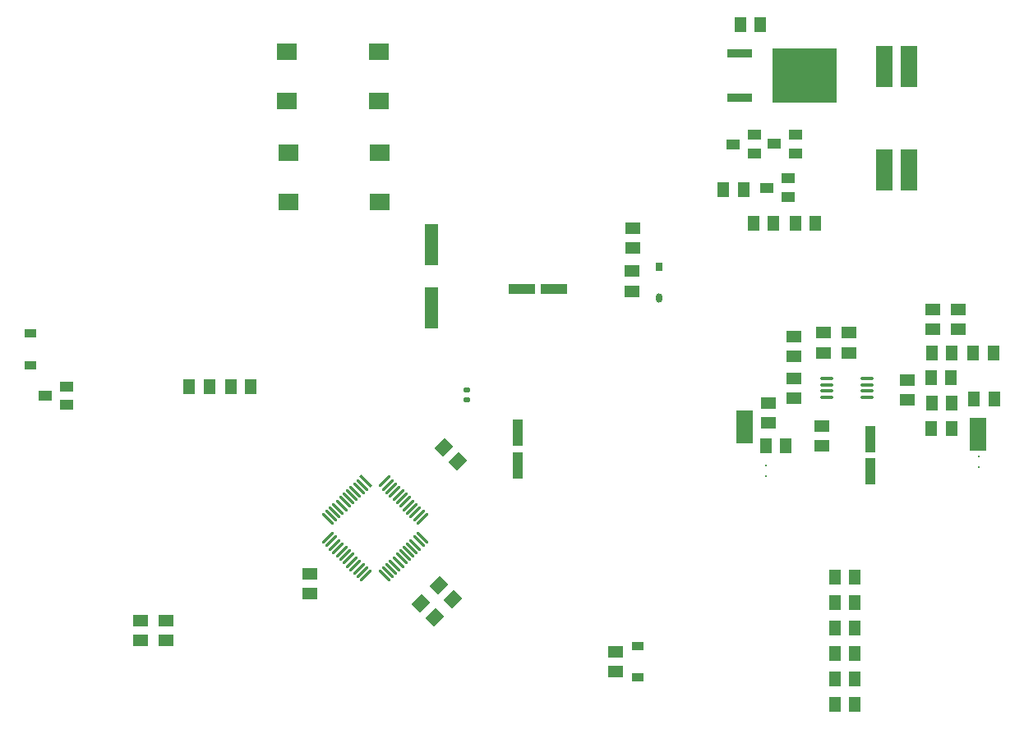
<source format=gtp>
G04*
G04 #@! TF.GenerationSoftware,Altium Limited,Altium Designer,23.2.1 (34)*
G04*
G04 Layer_Color=8421504*
%FSLAX44Y44*%
%MOMM*%
G71*
G04*
G04 #@! TF.SameCoordinates,EE327AA5-93BD-4133-A13B-4ECCBC3E436C*
G04*
G04*
G04 #@! TF.FilePolarity,Positive*
G04*
G01*
G75*
G04:AMPARAMS|DCode=19|XSize=1.6552mm|YSize=0.2525mm|CornerRadius=0mm|HoleSize=0mm|Usage=FLASHONLY|Rotation=315.000|XOffset=0mm|YOffset=0mm|HoleType=Round|Shape=Rectangle|*
%AMROTATEDRECTD19*
4,1,4,-0.6745,0.4960,-0.4960,0.6745,0.6745,-0.4960,0.4960,-0.6745,-0.6745,0.4960,0.0*
%
%ADD19ROTATEDRECTD19*%

G04:AMPARAMS|DCode=20|XSize=1.6552mm|YSize=0.2525mm|CornerRadius=0.1262mm|HoleSize=0mm|Usage=FLASHONLY|Rotation=315.000|XOffset=0mm|YOffset=0mm|HoleType=Round|Shape=RoundedRectangle|*
%AMROUNDEDRECTD20*
21,1,1.6552,0.0000,0,0,315.0*
21,1,1.4028,0.2525,0,0,315.0*
1,1,0.2525,0.4960,-0.4960*
1,1,0.2525,-0.4960,0.4960*
1,1,0.2525,-0.4960,0.4960*
1,1,0.2525,0.4960,-0.4960*
%
%ADD20ROUNDEDRECTD20*%
G04:AMPARAMS|DCode=21|XSize=0.2525mm|YSize=1.6552mm|CornerRadius=0.1262mm|HoleSize=0mm|Usage=FLASHONLY|Rotation=315.000|XOffset=0mm|YOffset=0mm|HoleType=Round|Shape=RoundedRectangle|*
%AMROUNDEDRECTD21*
21,1,0.2525,1.4028,0,0,315.0*
21,1,0.0000,1.6552,0,0,315.0*
1,1,0.2525,-0.4960,-0.4960*
1,1,0.2525,-0.4960,-0.4960*
1,1,0.2525,0.4960,0.4960*
1,1,0.2525,0.4960,0.4960*
%
%ADD21ROUNDEDRECTD21*%
%ADD22O,1.4000X0.2800*%
%ADD23R,1.5500X1.2500*%
G04:AMPARAMS|DCode=24|XSize=1.55mm|YSize=1.25mm|CornerRadius=0mm|HoleSize=0mm|Usage=FLASHONLY|Rotation=225.000|XOffset=0mm|YOffset=0mm|HoleType=Round|Shape=Rectangle|*
%AMROTATEDRECTD24*
4,1,4,0.1061,0.9900,0.9900,0.1061,-0.1061,-0.9900,-0.9900,-0.1061,0.1061,0.9900,0.0*
%
%ADD24ROTATEDRECTD24*%

%ADD25R,1.2500X1.5500*%
%ADD26R,1.2200X0.9100*%
%ADD27R,1.1000X2.8000*%
%ADD28O,0.7620X0.5080*%
%ADD29C,0.2540*%
%ADD30R,1.7800X3.4300*%
%ADD31R,1.4000X1.0000*%
%ADD32R,0.6625X0.9575*%
G04:AMPARAMS|DCode=33|XSize=0.9575mm|YSize=0.6625mm|CornerRadius=0.3312mm|HoleSize=0mm|Usage=FLASHONLY|Rotation=270.000|XOffset=0mm|YOffset=0mm|HoleType=Round|Shape=RoundedRectangle|*
%AMROUNDEDRECTD33*
21,1,0.9575,0.0000,0,0,270.0*
21,1,0.2950,0.6625,0,0,270.0*
1,1,0.6625,0.0000,-0.1475*
1,1,0.6625,0.0000,0.1475*
1,1,0.6625,0.0000,0.1475*
1,1,0.6625,0.0000,-0.1475*
%
%ADD33ROUNDEDRECTD33*%
%ADD34R,2.1000X1.8000*%
%ADD35R,2.8000X1.1000*%
%ADD36R,1.4000X4.2000*%
%ADD37R,2.5500X0.9500*%
%ADD38R,6.6000X5.6000*%
%ADD39R,1.7800X4.2700*%
D19*
X462339Y310247D02*
D03*
D20*
X458803Y306712D02*
D03*
X455268Y303176D02*
D03*
X451732Y299641D02*
D03*
X448196Y296105D02*
D03*
X444661Y292570D02*
D03*
X441125Y289034D02*
D03*
X437590Y285499D02*
D03*
X434054Y281963D02*
D03*
X430519Y278428D02*
D03*
X426983Y274892D02*
D03*
X423448Y271357D02*
D03*
X481791Y213013D02*
D03*
X485326Y216549D02*
D03*
X488862Y220085D02*
D03*
X492397Y223620D02*
D03*
X495933Y227156D02*
D03*
X499469Y230691D02*
D03*
X503004Y234227D02*
D03*
X506540Y237762D02*
D03*
X510075Y241298D02*
D03*
X513611Y244833D02*
D03*
X517146Y248369D02*
D03*
X520682Y251904D02*
D03*
D21*
X423448D02*
D03*
X426983Y248369D02*
D03*
X430519Y244833D02*
D03*
X434054Y241298D02*
D03*
X437590Y237762D02*
D03*
X441125Y234227D02*
D03*
X444661Y230691D02*
D03*
X448196Y227156D02*
D03*
X451732Y223620D02*
D03*
X455268Y220085D02*
D03*
X458803Y216549D02*
D03*
X462339Y213013D02*
D03*
X520682Y271357D02*
D03*
X517146Y274892D02*
D03*
X513611Y278428D02*
D03*
X510075Y281963D02*
D03*
X506540Y285499D02*
D03*
X503004Y289034D02*
D03*
X499469Y292570D02*
D03*
X495933Y296105D02*
D03*
X492397Y299641D02*
D03*
X488862Y303176D02*
D03*
X485326Y306712D02*
D03*
X481791Y310247D02*
D03*
D22*
X978588Y396904D02*
D03*
Y403404D02*
D03*
Y416404D02*
D03*
X937588Y396904D02*
D03*
Y403404D02*
D03*
Y409904D02*
D03*
Y416404D02*
D03*
X978588Y409904D02*
D03*
D23*
X719836Y114120D02*
D03*
Y134620D02*
D03*
X404622Y215228D02*
D03*
Y194728D02*
D03*
X230378Y146214D02*
D03*
Y166714D02*
D03*
X256286Y146214D02*
D03*
Y166714D02*
D03*
X934212Y463386D02*
D03*
Y442886D02*
D03*
X1046480Y487770D02*
D03*
Y467270D02*
D03*
X931926Y346620D02*
D03*
Y367120D02*
D03*
X737171Y526915D02*
D03*
Y506415D02*
D03*
X737680Y571365D02*
D03*
Y550865D02*
D03*
X1072896Y487770D02*
D03*
Y467270D02*
D03*
X903177Y439311D02*
D03*
Y459811D02*
D03*
X1020572Y414872D02*
D03*
Y394372D02*
D03*
X903177Y416631D02*
D03*
Y396131D02*
D03*
X877015Y391395D02*
D03*
Y370895D02*
D03*
X960374Y463386D02*
D03*
Y442886D02*
D03*
D24*
X533790Y170298D02*
D03*
X519294Y184794D02*
D03*
X557666Y331080D02*
D03*
X543170Y345576D02*
D03*
X552332Y188840D02*
D03*
X537836Y203336D02*
D03*
D25*
X966052Y106680D02*
D03*
X945552D02*
D03*
X966052Y158750D02*
D03*
X945552D02*
D03*
X966052Y184912D02*
D03*
X945552D02*
D03*
X966052Y80518D02*
D03*
X945552D02*
D03*
X966052Y132842D02*
D03*
X945552D02*
D03*
X966052Y211074D02*
D03*
X945552D02*
D03*
X895483Y346691D02*
D03*
X874983D02*
D03*
X1109816Y395224D02*
D03*
X1089316D02*
D03*
X323316Y407699D02*
D03*
X343815D02*
D03*
X301143D02*
D03*
X280644D02*
D03*
X882232Y576798D02*
D03*
X861732D02*
D03*
X1088390Y442976D02*
D03*
X1108890D02*
D03*
X1044866Y416814D02*
D03*
X1065366D02*
D03*
X1065837Y364998D02*
D03*
X1045337D02*
D03*
X1045972Y390652D02*
D03*
X1066472D02*
D03*
X1065874Y442976D02*
D03*
X1045374D02*
D03*
X905420Y576798D02*
D03*
X925920D02*
D03*
X830998Y610834D02*
D03*
X851498D02*
D03*
X848434Y781012D02*
D03*
X868934D02*
D03*
D26*
X742442Y140720D02*
D03*
Y108020D02*
D03*
X116903Y430211D02*
D03*
Y462911D02*
D03*
D27*
X618744Y360172D02*
D03*
Y326963D02*
D03*
X982472Y320707D02*
D03*
Y353917D02*
D03*
D28*
X566166Y404622D02*
D03*
Y393954D02*
D03*
D29*
X874474Y326717D02*
D03*
Y315795D02*
D03*
X1093724Y335788D02*
D03*
Y324866D02*
D03*
D30*
X852932Y366522D02*
D03*
X1093216Y358648D02*
D03*
D31*
X132573Y398555D02*
D03*
X154574Y408055D02*
D03*
Y389055D02*
D03*
X875206Y613120D02*
D03*
X897206Y622620D02*
D03*
Y603620D02*
D03*
X841170Y658078D02*
D03*
X863170Y667578D02*
D03*
Y648578D02*
D03*
X883080Y658114D02*
D03*
X905080Y667614D02*
D03*
Y648614D02*
D03*
D32*
X764604Y531653D02*
D03*
D33*
Y499646D02*
D03*
D34*
X475562Y702239D02*
D03*
Y753239D02*
D03*
X381562D02*
D03*
Y702239D02*
D03*
X476832Y598099D02*
D03*
Y649099D02*
D03*
X382832D02*
D03*
Y598099D02*
D03*
D35*
X623085Y509045D02*
D03*
X656294D02*
D03*
D36*
X530162Y554671D02*
D03*
Y489327D02*
D03*
D37*
X847950Y751488D02*
D03*
Y705888D02*
D03*
D38*
X914950Y728689D02*
D03*
D39*
X996950Y631698D02*
D03*
X1022350D02*
D03*
Y737798D02*
D03*
X996950D02*
D03*
M02*

</source>
